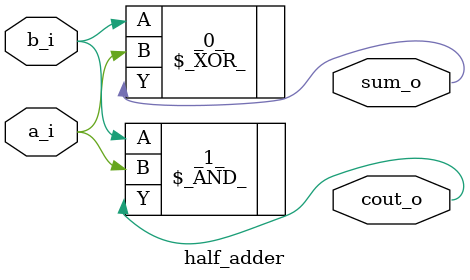
<source format=v>
/* Generated by Yosys 0.55 (git sha1 60f126cd00c94892782470192d6c9f7abebe7c05, clang++ 17.0.0 -fPIC -O3) */

module full_adder_half_adder(clk_i, reset_n_i, a_i, b_i, cin_i, sum_o, cout_o);
  input a_i;
  wire a_i;
  input b_i;
  wire b_i;
  input cin_i;
  wire cin_i;
  input clk_i;
  wire clk_i;
  wire cout1;
  wire cout2;
  output cout_o;
  wire cout_o;
  input reset_n_i;
  wire reset_n_i;
  wire sum1;
  output sum_o;
  wire sum_o;
  \$_OR_  _0_ (
    .A(cout2),
    .B(cout1),
    .Y(cout_o)
  );
  half_adder ha1 (
    .a_i(a_i),
    .b_i(b_i),
    .cout_o(cout1),
    .sum_o(sum1)
  );
  half_adder ha2 (
    .a_i(sum1),
    .b_i(cin_i),
    .cout_o(cout2),
    .sum_o(sum_o)
  );
endmodule

module half_adder(a_i, b_i, sum_o, cout_o);
  input a_i;
  wire a_i;
  input b_i;
  wire b_i;
  output cout_o;
  wire cout_o;
  output sum_o;
  wire sum_o;
  \$_XOR_  _0_ (
    .A(b_i),
    .B(a_i),
    .Y(sum_o)
  );
  \$_AND_  _1_ (
    .A(b_i),
    .B(a_i),
    .Y(cout_o)
  );
endmodule

</source>
